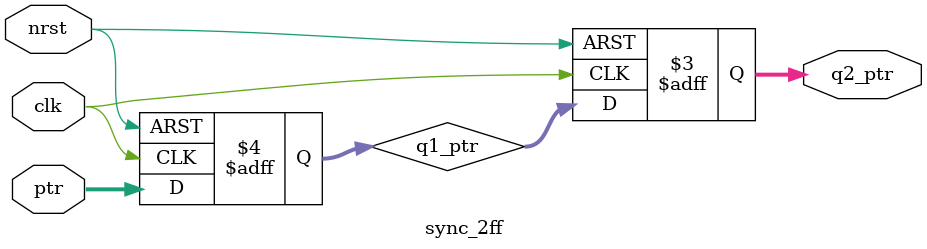
<source format=sv>
module sync_2ff #(parameter ps=4) (
  input nrst, clk,
  input reg [ps:0]ptr,
  output reg [ps:0]q2_ptr);
    
  reg [ps:0]q1_ptr;
  always_ff @(posedge clk, negedge nrst) begin
    if(~nrst) {q2_ptr, q1_ptr} <= 0;
    else {q2_ptr, q1_ptr} = {q1_ptr, ptr};
  end

endmodule
</source>
